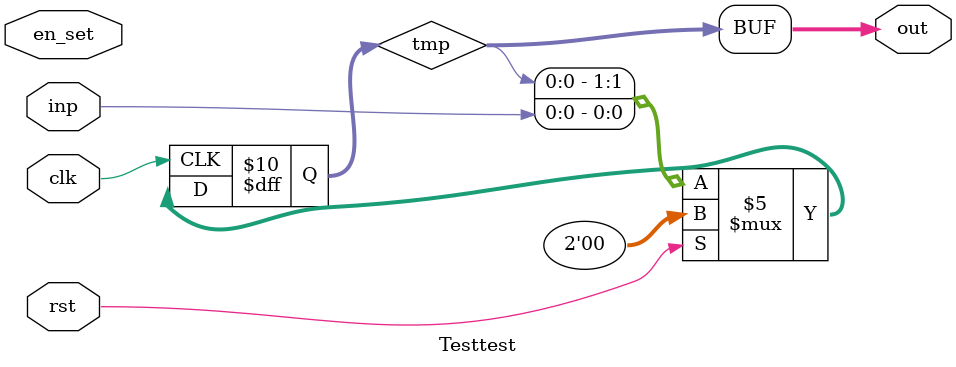
<source format=sv>
`timescale 1ns / 1ps


module Testtest(clk, rst, en_set, inp, out);

input logic clk, rst, en_set;
input logic inp;
output logic [1:0] out;

logic [12:0] cnt;
logic [1:0] tmp;
logic [12:0] num;
// Internal counter
always_ff @(posedge clk)
    if (rst)
        begin
        cnt <= 13'd0;
        end
    else
        cnt <= cnt + 13'd1;

always_ff @(posedge clk)
    if (rst)
        tmp <= 2'd0;
    else
        tmp <= {tmp[0], inp};
        
assign out = tmp;

endmodule
</source>
